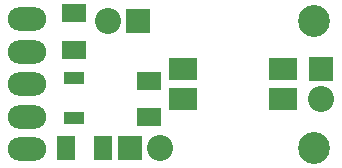
<source format=gbr>
%TF.GenerationSoftware,Novarm,DipTrace,3.0.0.1*%
%TF.CreationDate,2016-04-16T08:32:12+09:00*%
%FSLAX26Y26*%
%MOIN*%
%TF.FileFunction,Soldermask,Top*%
%TF.Part,Single*%
%ADD34C,0.106457*%
%ADD36R,0.094646X0.074961*%
%ADD40R,0.06315X0.078898*%
%ADD42R,0.078898X0.06315*%
%ADD46C,0.086772*%
%ADD48O,0.128031X0.078031*%
%ADD50R,0.071024X0.039528*%
%ADD52C,0.086772*%
%ADD54R,0.078898X0.078898*%
G75*
G01*
%LPD*%
D54*
X412500Y-212500D3*
D52*
X512500D3*
D54*
X437500Y212500D3*
D52*
X337500D3*
D50*
X225000Y-112500D3*
Y21358D3*
D48*
X70005Y-215988D3*
Y-107988D3*
Y12D3*
Y216012D3*
Y108012D3*
D54*
X1050000Y50000D3*
D46*
Y-50000D3*
D42*
X225000Y237500D3*
Y115453D3*
X475000Y-109547D3*
Y12500D3*
D40*
X200000Y-212500D3*
X322047D3*
D36*
X587500Y50000D3*
Y-50000D3*
X922146D3*
Y50000D3*
D34*
X1025000Y212500D3*
Y-212500D3*
M02*

</source>
